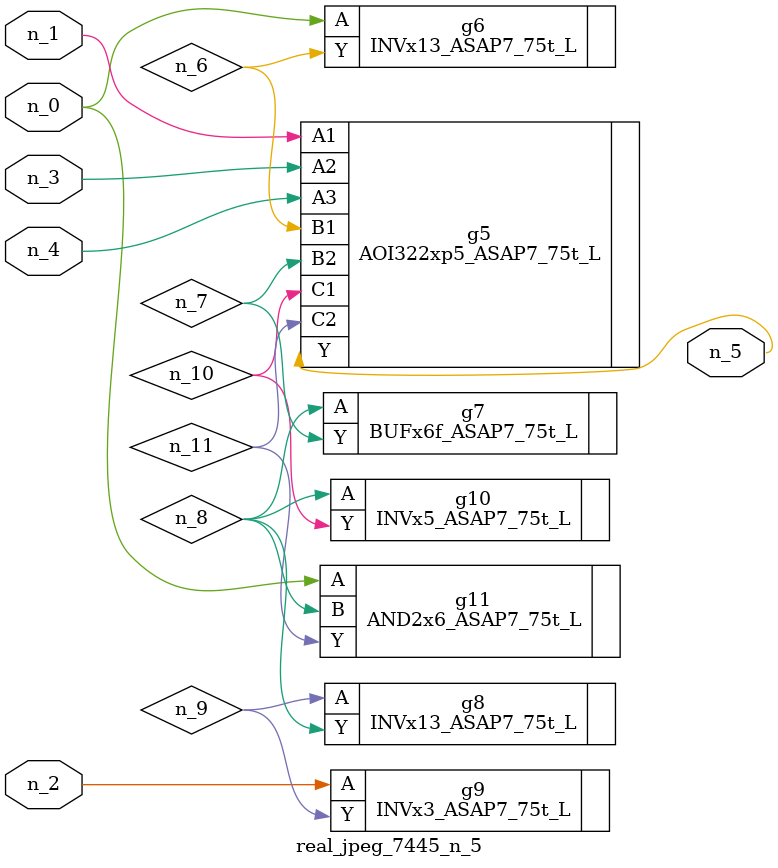
<source format=v>
module real_jpeg_7445_n_5 (n_4, n_0, n_1, n_2, n_3, n_5);

input n_4;
input n_0;
input n_1;
input n_2;
input n_3;

output n_5;

wire n_8;
wire n_11;
wire n_6;
wire n_7;
wire n_10;
wire n_9;

INVx13_ASAP7_75t_L g6 ( 
.A(n_0),
.Y(n_6)
);

AND2x6_ASAP7_75t_L g11 ( 
.A(n_0),
.B(n_8),
.Y(n_11)
);

AOI322xp5_ASAP7_75t_L g5 ( 
.A1(n_1),
.A2(n_3),
.A3(n_4),
.B1(n_6),
.B2(n_7),
.C1(n_10),
.C2(n_11),
.Y(n_5)
);

INVx3_ASAP7_75t_L g9 ( 
.A(n_2),
.Y(n_9)
);

BUFx6f_ASAP7_75t_L g7 ( 
.A(n_8),
.Y(n_7)
);

INVx5_ASAP7_75t_L g10 ( 
.A(n_8),
.Y(n_10)
);

INVx13_ASAP7_75t_L g8 ( 
.A(n_9),
.Y(n_8)
);


endmodule
</source>
